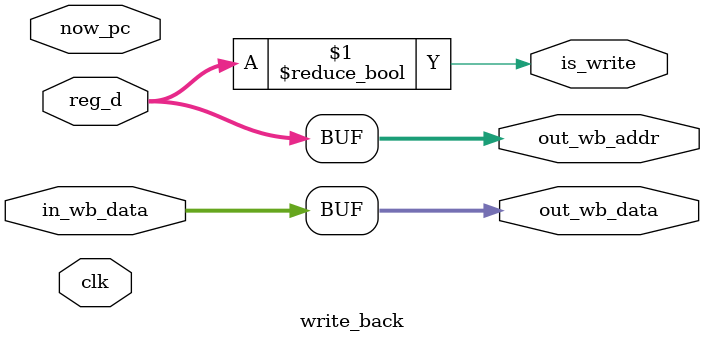
<source format=v>
module write_back(
    input clk,
    input [4:0] reg_d,
    input [31:0] in_wb_data,
    input [31:0] now_pc,

    output is_write, 
    output [4:0] out_wb_addr,
    output [31:0] out_wb_data
);

assign is_write = (reg_d != 5'b00000);
assign out_wb_addr = reg_d;
assign out_wb_data = in_wb_data; 

endmodule
</source>
